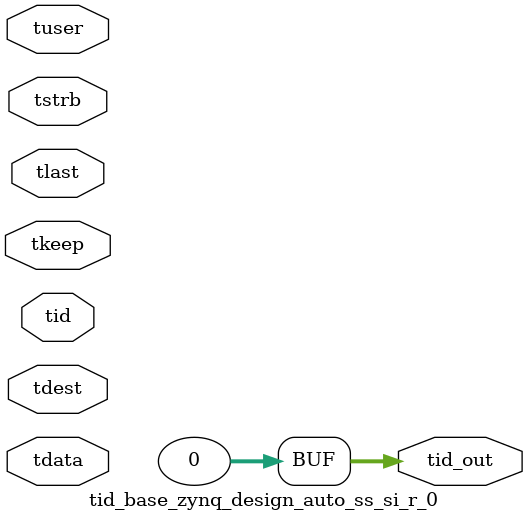
<source format=v>


`timescale 1ps/1ps

module tid_base_zynq_design_auto_ss_si_r_0 #
(
parameter C_S_AXIS_TID_WIDTH   = 1,
parameter C_S_AXIS_TUSER_WIDTH = 0,
parameter C_S_AXIS_TDATA_WIDTH = 0,
parameter C_S_AXIS_TDEST_WIDTH = 0,
parameter C_M_AXIS_TID_WIDTH   = 32
)
(
input  [(C_S_AXIS_TID_WIDTH   == 0 ? 1 : C_S_AXIS_TID_WIDTH)-1:0       ] tid,
input  [(C_S_AXIS_TDATA_WIDTH == 0 ? 1 : C_S_AXIS_TDATA_WIDTH)-1:0     ] tdata,
input  [(C_S_AXIS_TUSER_WIDTH == 0 ? 1 : C_S_AXIS_TUSER_WIDTH)-1:0     ] tuser,
input  [(C_S_AXIS_TDEST_WIDTH == 0 ? 1 : C_S_AXIS_TDEST_WIDTH)-1:0     ] tdest,
input  [(C_S_AXIS_TDATA_WIDTH/8)-1:0 ] tkeep,
input  [(C_S_AXIS_TDATA_WIDTH/8)-1:0 ] tstrb,
input                                                                    tlast,
output [(C_M_AXIS_TID_WIDTH   == 0 ? 1 : C_M_AXIS_TID_WIDTH)-1:0       ] tid_out
);

assign tid_out = {1'b0};

endmodule


</source>
